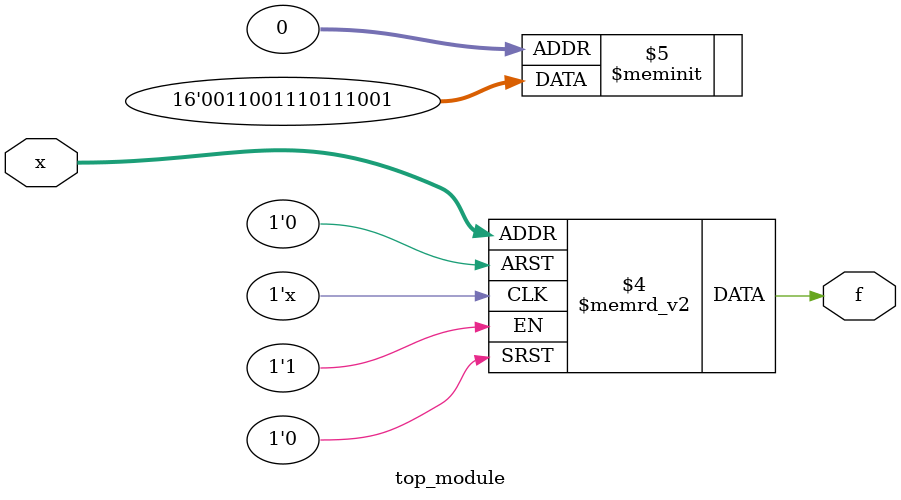
<source format=sv>
module top_module (
	input [4:1] x,
	output logic f
);

always_comb begin
	case (x)
		4'b0000: f = 1;
		4'b0001: f = 0;
		4'b0010: f = 0;
		4'b0011: f = 1;
		4'b0100: f = 1;
		4'b0101: f = 1;
		4'b0110: f = 0;
		4'b0111: f = 1;
		4'b1000: f = 1;
		4'b1001: f = 1;
		4'b1010: f = 0;
		4'b1011: f = 0;
		4'b1100: f = 1;
		4'b1101: f = 1;
		4'b1110: f = 0;
		4'b1111: f = 0;
		default: f = 0;
	endcase
end

endmodule

</source>
